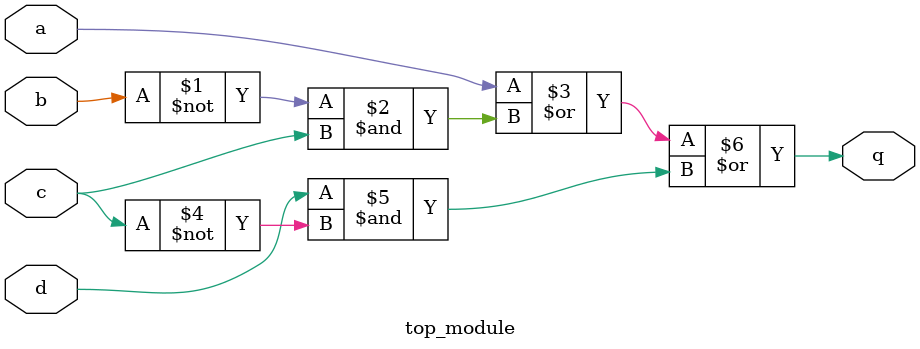
<source format=sv>
module top_module (
    input a, 
    input b, 
    input c, 
    input d,
    output q
);
    
    // Implementing the circuit
    assign q = a | ((~b) & c) | (d & (~c));
    
endmodule

</source>
